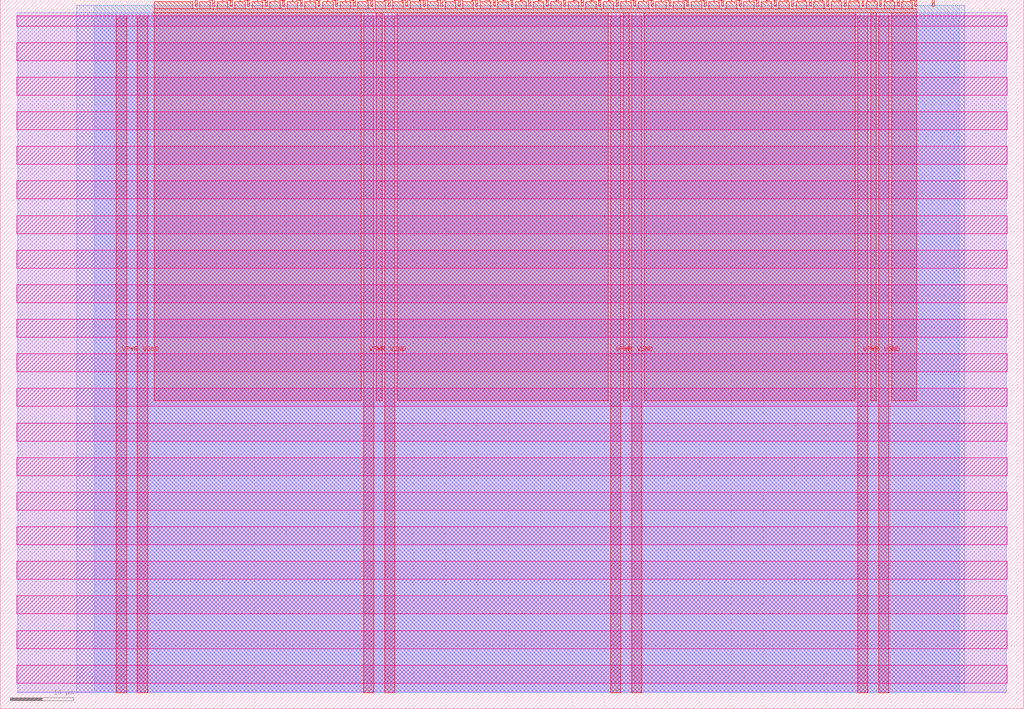
<source format=lef>
VERSION 5.7 ;
  NOWIREEXTENSIONATPIN ON ;
  DIVIDERCHAR "/" ;
  BUSBITCHARS "[]" ;
MACRO tt_um_daosvik_aesinvsbox
  CLASS BLOCK ;
  FOREIGN tt_um_daosvik_aesinvsbox ;
  ORIGIN 0.000 0.000 ;
  SIZE 161.000 BY 111.520 ;
  PIN VGND
    DIRECTION INOUT ;
    USE GROUND ;
    PORT
      LAYER met4 ;
        RECT 21.580 2.480 23.180 109.040 ;
    END
    PORT
      LAYER met4 ;
        RECT 60.450 2.480 62.050 109.040 ;
    END
    PORT
      LAYER met4 ;
        RECT 99.320 2.480 100.920 109.040 ;
    END
    PORT
      LAYER met4 ;
        RECT 138.190 2.480 139.790 109.040 ;
    END
  END VGND
  PIN VPWR
    DIRECTION INOUT ;
    USE POWER ;
    PORT
      LAYER met4 ;
        RECT 18.280 2.480 19.880 109.040 ;
    END
    PORT
      LAYER met4 ;
        RECT 57.150 2.480 58.750 109.040 ;
    END
    PORT
      LAYER met4 ;
        RECT 96.020 2.480 97.620 109.040 ;
    END
    PORT
      LAYER met4 ;
        RECT 134.890 2.480 136.490 109.040 ;
    END
  END VPWR
  PIN clk
    DIRECTION INPUT ;
    USE SIGNAL ;
    ANTENNAGATEAREA 0.852000 ;
    PORT
      LAYER met4 ;
        RECT 143.830 110.520 144.130 111.520 ;
    END
  END clk
  PIN ena
    DIRECTION INPUT ;
    USE SIGNAL ;
    PORT
      LAYER met4 ;
        RECT 146.590 110.520 146.890 111.520 ;
    END
  END ena
  PIN rst_n
    DIRECTION INPUT ;
    USE SIGNAL ;
    PORT
      LAYER met4 ;
        RECT 141.070 110.520 141.370 111.520 ;
    END
  END rst_n
  PIN ui_in[0]
    DIRECTION INPUT ;
    USE SIGNAL ;
    ANTENNAGATEAREA 0.126000 ;
    PORT
      LAYER met4 ;
        RECT 138.310 110.520 138.610 111.520 ;
    END
  END ui_in[0]
  PIN ui_in[1]
    DIRECTION INPUT ;
    USE SIGNAL ;
    ANTENNAGATEAREA 0.213000 ;
    PORT
      LAYER met4 ;
        RECT 135.550 110.520 135.850 111.520 ;
    END
  END ui_in[1]
  PIN ui_in[2]
    DIRECTION INPUT ;
    USE SIGNAL ;
    ANTENNAGATEAREA 0.126000 ;
    PORT
      LAYER met4 ;
        RECT 132.790 110.520 133.090 111.520 ;
    END
  END ui_in[2]
  PIN ui_in[3]
    DIRECTION INPUT ;
    USE SIGNAL ;
    ANTENNAGATEAREA 0.196500 ;
    PORT
      LAYER met4 ;
        RECT 130.030 110.520 130.330 111.520 ;
    END
  END ui_in[3]
  PIN ui_in[4]
    DIRECTION INPUT ;
    USE SIGNAL ;
    ANTENNAGATEAREA 0.196500 ;
    PORT
      LAYER met4 ;
        RECT 127.270 110.520 127.570 111.520 ;
    END
  END ui_in[4]
  PIN ui_in[5]
    DIRECTION INPUT ;
    USE SIGNAL ;
    ANTENNAGATEAREA 0.159000 ;
    PORT
      LAYER met4 ;
        RECT 124.510 110.520 124.810 111.520 ;
    END
  END ui_in[5]
  PIN ui_in[6]
    DIRECTION INPUT ;
    USE SIGNAL ;
    ANTENNAGATEAREA 0.159000 ;
    PORT
      LAYER met4 ;
        RECT 121.750 110.520 122.050 111.520 ;
    END
  END ui_in[6]
  PIN ui_in[7]
    DIRECTION INPUT ;
    USE SIGNAL ;
    ANTENNAGATEAREA 0.213000 ;
    PORT
      LAYER met4 ;
        RECT 118.990 110.520 119.290 111.520 ;
    END
  END ui_in[7]
  PIN uio_in[0]
    DIRECTION INPUT ;
    USE SIGNAL ;
    PORT
      LAYER met4 ;
        RECT 116.230 110.520 116.530 111.520 ;
    END
  END uio_in[0]
  PIN uio_in[1]
    DIRECTION INPUT ;
    USE SIGNAL ;
    PORT
      LAYER met4 ;
        RECT 113.470 110.520 113.770 111.520 ;
    END
  END uio_in[1]
  PIN uio_in[2]
    DIRECTION INPUT ;
    USE SIGNAL ;
    PORT
      LAYER met4 ;
        RECT 110.710 110.520 111.010 111.520 ;
    END
  END uio_in[2]
  PIN uio_in[3]
    DIRECTION INPUT ;
    USE SIGNAL ;
    PORT
      LAYER met4 ;
        RECT 107.950 110.520 108.250 111.520 ;
    END
  END uio_in[3]
  PIN uio_in[4]
    DIRECTION INPUT ;
    USE SIGNAL ;
    PORT
      LAYER met4 ;
        RECT 105.190 110.520 105.490 111.520 ;
    END
  END uio_in[4]
  PIN uio_in[5]
    DIRECTION INPUT ;
    USE SIGNAL ;
    PORT
      LAYER met4 ;
        RECT 102.430 110.520 102.730 111.520 ;
    END
  END uio_in[5]
  PIN uio_in[6]
    DIRECTION INPUT ;
    USE SIGNAL ;
    PORT
      LAYER met4 ;
        RECT 99.670 110.520 99.970 111.520 ;
    END
  END uio_in[6]
  PIN uio_in[7]
    DIRECTION INPUT ;
    USE SIGNAL ;
    PORT
      LAYER met4 ;
        RECT 96.910 110.520 97.210 111.520 ;
    END
  END uio_in[7]
  PIN uio_oe[0]
    DIRECTION OUTPUT ;
    USE SIGNAL ;
    ANTENNADIFFAREA 0.445500 ;
    PORT
      LAYER met4 ;
        RECT 49.990 110.520 50.290 111.520 ;
    END
  END uio_oe[0]
  PIN uio_oe[1]
    DIRECTION OUTPUT ;
    USE SIGNAL ;
    ANTENNADIFFAREA 0.445500 ;
    PORT
      LAYER met4 ;
        RECT 47.230 110.520 47.530 111.520 ;
    END
  END uio_oe[1]
  PIN uio_oe[2]
    DIRECTION OUTPUT ;
    USE SIGNAL ;
    ANTENNADIFFAREA 0.445500 ;
    PORT
      LAYER met4 ;
        RECT 44.470 110.520 44.770 111.520 ;
    END
  END uio_oe[2]
  PIN uio_oe[3]
    DIRECTION OUTPUT ;
    USE SIGNAL ;
    ANTENNADIFFAREA 0.445500 ;
    PORT
      LAYER met4 ;
        RECT 41.710 110.520 42.010 111.520 ;
    END
  END uio_oe[3]
  PIN uio_oe[4]
    DIRECTION OUTPUT ;
    USE SIGNAL ;
    ANTENNADIFFAREA 0.445500 ;
    PORT
      LAYER met4 ;
        RECT 38.950 110.520 39.250 111.520 ;
    END
  END uio_oe[4]
  PIN uio_oe[5]
    DIRECTION OUTPUT ;
    USE SIGNAL ;
    ANTENNADIFFAREA 0.445500 ;
    PORT
      LAYER met4 ;
        RECT 36.190 110.520 36.490 111.520 ;
    END
  END uio_oe[5]
  PIN uio_oe[6]
    DIRECTION OUTPUT ;
    USE SIGNAL ;
    ANTENNADIFFAREA 0.445500 ;
    PORT
      LAYER met4 ;
        RECT 33.430 110.520 33.730 111.520 ;
    END
  END uio_oe[6]
  PIN uio_oe[7]
    DIRECTION OUTPUT ;
    USE SIGNAL ;
    ANTENNADIFFAREA 0.445500 ;
    PORT
      LAYER met4 ;
        RECT 30.670 110.520 30.970 111.520 ;
    END
  END uio_oe[7]
  PIN uio_out[0]
    DIRECTION OUTPUT ;
    USE SIGNAL ;
    ANTENNADIFFAREA 0.445500 ;
    PORT
      LAYER met4 ;
        RECT 72.070 110.520 72.370 111.520 ;
    END
  END uio_out[0]
  PIN uio_out[1]
    DIRECTION OUTPUT ;
    USE SIGNAL ;
    ANTENNADIFFAREA 0.445500 ;
    PORT
      LAYER met4 ;
        RECT 69.310 110.520 69.610 111.520 ;
    END
  END uio_out[1]
  PIN uio_out[2]
    DIRECTION OUTPUT ;
    USE SIGNAL ;
    ANTENNADIFFAREA 0.445500 ;
    PORT
      LAYER met4 ;
        RECT 66.550 110.520 66.850 111.520 ;
    END
  END uio_out[2]
  PIN uio_out[3]
    DIRECTION OUTPUT ;
    USE SIGNAL ;
    ANTENNADIFFAREA 0.445500 ;
    PORT
      LAYER met4 ;
        RECT 63.790 110.520 64.090 111.520 ;
    END
  END uio_out[3]
  PIN uio_out[4]
    DIRECTION OUTPUT ;
    USE SIGNAL ;
    ANTENNADIFFAREA 0.445500 ;
    PORT
      LAYER met4 ;
        RECT 61.030 110.520 61.330 111.520 ;
    END
  END uio_out[4]
  PIN uio_out[5]
    DIRECTION OUTPUT ;
    USE SIGNAL ;
    ANTENNADIFFAREA 0.445500 ;
    PORT
      LAYER met4 ;
        RECT 58.270 110.520 58.570 111.520 ;
    END
  END uio_out[5]
  PIN uio_out[6]
    DIRECTION OUTPUT ;
    USE SIGNAL ;
    ANTENNADIFFAREA 0.445500 ;
    PORT
      LAYER met4 ;
        RECT 55.510 110.520 55.810 111.520 ;
    END
  END uio_out[6]
  PIN uio_out[7]
    DIRECTION OUTPUT ;
    USE SIGNAL ;
    ANTENNADIFFAREA 0.445500 ;
    PORT
      LAYER met4 ;
        RECT 52.750 110.520 53.050 111.520 ;
    END
  END uio_out[7]
  PIN uo_out[0]
    DIRECTION OUTPUT ;
    USE SIGNAL ;
    ANTENNADIFFAREA 0.445500 ;
    PORT
      LAYER met4 ;
        RECT 94.150 110.520 94.450 111.520 ;
    END
  END uo_out[0]
  PIN uo_out[1]
    DIRECTION OUTPUT ;
    USE SIGNAL ;
    ANTENNADIFFAREA 0.795200 ;
    PORT
      LAYER met4 ;
        RECT 91.390 110.520 91.690 111.520 ;
    END
  END uo_out[1]
  PIN uo_out[2]
    DIRECTION OUTPUT ;
    USE SIGNAL ;
    ANTENNADIFFAREA 0.795200 ;
    PORT
      LAYER met4 ;
        RECT 88.630 110.520 88.930 111.520 ;
    END
  END uo_out[2]
  PIN uo_out[3]
    DIRECTION OUTPUT ;
    USE SIGNAL ;
    ANTENNADIFFAREA 0.445500 ;
    PORT
      LAYER met4 ;
        RECT 85.870 110.520 86.170 111.520 ;
    END
  END uo_out[3]
  PIN uo_out[4]
    DIRECTION OUTPUT ;
    USE SIGNAL ;
    ANTENNADIFFAREA 0.445500 ;
    PORT
      LAYER met4 ;
        RECT 83.110 110.520 83.410 111.520 ;
    END
  END uo_out[4]
  PIN uo_out[5]
    DIRECTION OUTPUT ;
    USE SIGNAL ;
    ANTENNADIFFAREA 0.795200 ;
    PORT
      LAYER met4 ;
        RECT 80.350 110.520 80.650 111.520 ;
    END
  END uo_out[5]
  PIN uo_out[6]
    DIRECTION OUTPUT ;
    USE SIGNAL ;
    ANTENNADIFFAREA 0.445500 ;
    PORT
      LAYER met4 ;
        RECT 77.590 110.520 77.890 111.520 ;
    END
  END uo_out[6]
  PIN uo_out[7]
    DIRECTION OUTPUT ;
    USE SIGNAL ;
    ANTENNADIFFAREA 0.795200 ;
    PORT
      LAYER met4 ;
        RECT 74.830 110.520 75.130 111.520 ;
    END
  END uo_out[7]
  OBS
      LAYER nwell ;
        RECT 2.570 107.385 158.430 108.990 ;
        RECT 2.570 101.945 158.430 104.775 ;
        RECT 2.570 96.505 158.430 99.335 ;
        RECT 2.570 91.065 158.430 93.895 ;
        RECT 2.570 85.625 158.430 88.455 ;
        RECT 2.570 80.185 158.430 83.015 ;
        RECT 2.570 74.745 158.430 77.575 ;
        RECT 2.570 69.305 158.430 72.135 ;
        RECT 2.570 63.865 158.430 66.695 ;
        RECT 2.570 58.425 158.430 61.255 ;
        RECT 2.570 52.985 158.430 55.815 ;
        RECT 2.570 47.545 158.430 50.375 ;
        RECT 2.570 42.105 158.430 44.935 ;
        RECT 2.570 36.665 158.430 39.495 ;
        RECT 2.570 31.225 158.430 34.055 ;
        RECT 2.570 25.785 158.430 28.615 ;
        RECT 2.570 20.345 158.430 23.175 ;
        RECT 2.570 14.905 158.430 17.735 ;
        RECT 2.570 9.465 158.430 12.295 ;
        RECT 2.570 4.025 158.430 6.855 ;
      LAYER li1 ;
        RECT 2.760 2.635 158.240 108.885 ;
      LAYER met1 ;
        RECT 2.760 2.480 158.240 109.440 ;
      LAYER met2 ;
        RECT 12.060 2.535 151.700 110.685 ;
      LAYER met3 ;
        RECT 14.785 2.555 150.815 110.665 ;
      LAYER met4 ;
        RECT 24.215 110.120 30.270 111.170 ;
        RECT 31.370 110.120 33.030 111.170 ;
        RECT 34.130 110.120 35.790 111.170 ;
        RECT 36.890 110.120 38.550 111.170 ;
        RECT 39.650 110.120 41.310 111.170 ;
        RECT 42.410 110.120 44.070 111.170 ;
        RECT 45.170 110.120 46.830 111.170 ;
        RECT 47.930 110.120 49.590 111.170 ;
        RECT 50.690 110.120 52.350 111.170 ;
        RECT 53.450 110.120 55.110 111.170 ;
        RECT 56.210 110.120 57.870 111.170 ;
        RECT 58.970 110.120 60.630 111.170 ;
        RECT 61.730 110.120 63.390 111.170 ;
        RECT 64.490 110.120 66.150 111.170 ;
        RECT 67.250 110.120 68.910 111.170 ;
        RECT 70.010 110.120 71.670 111.170 ;
        RECT 72.770 110.120 74.430 111.170 ;
        RECT 75.530 110.120 77.190 111.170 ;
        RECT 78.290 110.120 79.950 111.170 ;
        RECT 81.050 110.120 82.710 111.170 ;
        RECT 83.810 110.120 85.470 111.170 ;
        RECT 86.570 110.120 88.230 111.170 ;
        RECT 89.330 110.120 90.990 111.170 ;
        RECT 92.090 110.120 93.750 111.170 ;
        RECT 94.850 110.120 96.510 111.170 ;
        RECT 97.610 110.120 99.270 111.170 ;
        RECT 100.370 110.120 102.030 111.170 ;
        RECT 103.130 110.120 104.790 111.170 ;
        RECT 105.890 110.120 107.550 111.170 ;
        RECT 108.650 110.120 110.310 111.170 ;
        RECT 111.410 110.120 113.070 111.170 ;
        RECT 114.170 110.120 115.830 111.170 ;
        RECT 116.930 110.120 118.590 111.170 ;
        RECT 119.690 110.120 121.350 111.170 ;
        RECT 122.450 110.120 124.110 111.170 ;
        RECT 125.210 110.120 126.870 111.170 ;
        RECT 127.970 110.120 129.630 111.170 ;
        RECT 130.730 110.120 132.390 111.170 ;
        RECT 133.490 110.120 135.150 111.170 ;
        RECT 136.250 110.120 137.910 111.170 ;
        RECT 139.010 110.120 140.670 111.170 ;
        RECT 141.770 110.120 143.430 111.170 ;
        RECT 24.215 109.440 144.145 110.120 ;
        RECT 24.215 48.455 56.750 109.440 ;
        RECT 59.150 48.455 60.050 109.440 ;
        RECT 62.450 48.455 95.620 109.440 ;
        RECT 98.020 48.455 98.920 109.440 ;
        RECT 101.320 48.455 134.490 109.440 ;
        RECT 136.890 48.455 137.790 109.440 ;
        RECT 140.190 48.455 144.145 109.440 ;
  END
END tt_um_daosvik_aesinvsbox
END LIBRARY


</source>
